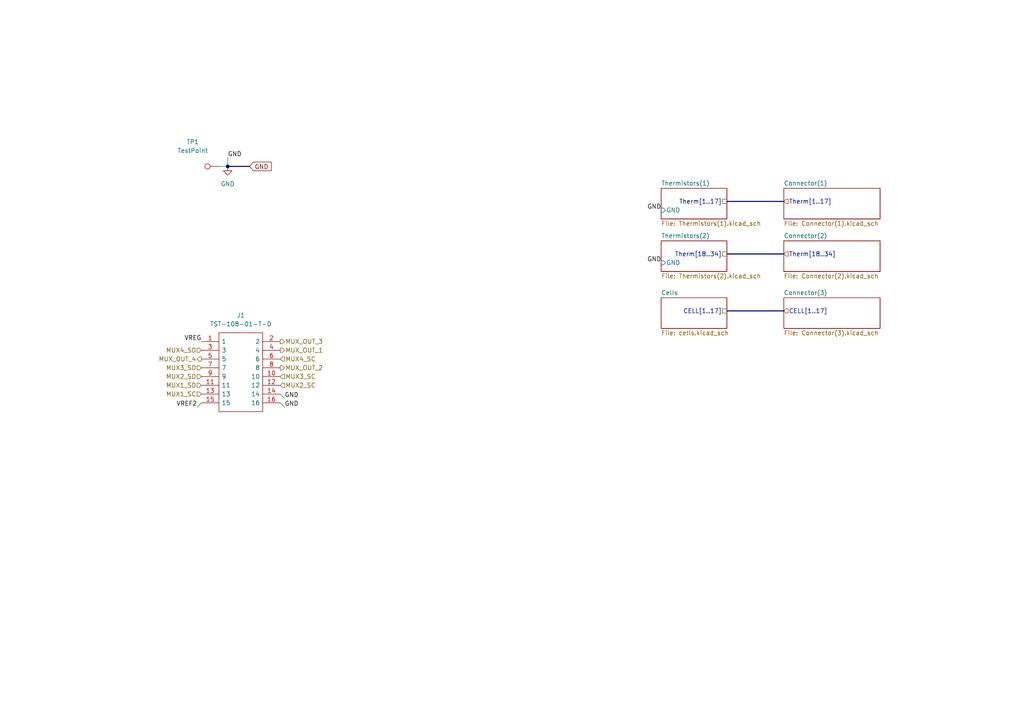
<source format=kicad_sch>
(kicad_sch (version 20231120) (generator "eeschema") (generator_version "8.0")
  (paper "A4")
  (lib_symbols
    (symbol "Connector:TestPoint" (pin_numbers hide) (pin_names (offset 0.762) hide)
      (property "Reference" "TP" (at 0 6.858 0))
      (property "Value" "TestPoint" (at 0 5.08 0))
      (symbol "TestPoint_0_1"
        (circle (center 0 3.302) (radius 0.762))
      )
      (symbol "TestPoint_1_1"
        (pin passive line (at 0 0 90) (length 2.54) (name "1") (number "1"))
      )
    )
    (symbol "OEM:TST-108-01-T-D" (pin_names (offset 0.762))
      (property "Reference" "J" (at 7.62 16.51 0))
      (property "Value" "TST-108-01-T-D" (at 7.62 13.97 0))
      (symbol "TST-108-01-T-D_0_0"
        (pin passive line (at -11.43 8.89 0) (length 5.08) (name "1") (number "1"))
        (pin passive line (at 11.43 -1.27 180) (length 5.08) (name "10") (number "10"))
        (pin passive line (at -11.43 -3.81 0) (length 5.08) (name "11") (number "11"))
        (pin passive line (at 11.43 -3.81 180) (length 5.08) (name "12") (number "12"))
        (pin passive line (at -11.43 -6.35 0) (length 5.08) (name "13") (number "13"))
        (pin passive line (at 11.43 -6.35 180) (length 5.08) (name "14") (number "14"))
        (pin passive line (at -11.43 -8.89 0) (length 5.08) (name "15") (number "15"))
        (pin passive line (at 11.43 -8.89 180) (length 5.08) (name "16") (number "16"))
        (pin passive line (at 11.43 8.89 180) (length 5.08) (name "2") (number "2"))
        (pin passive line (at -11.43 6.35 0) (length 5.08) (name "3") (number "3"))
        (pin passive line (at 11.43 6.35 180) (length 5.08) (name "4") (number "4"))
        (pin passive line (at -11.43 3.81 0) (length 5.08) (name "5") (number "5"))
        (pin passive line (at 11.43 3.81 180) (length 5.08) (name "6") (number "6"))
        (pin passive line (at -11.43 1.27 0) (length 5.08) (name "7") (number "7"))
        (pin passive line (at 11.43 1.27 180) (length 5.08) (name "8") (number "8"))
        (pin passive line (at -11.43 -1.27 0) (length 5.08) (name "9") (number "9"))
      )
      (symbol "TST-108-01-T-D_0_1"
        (polyline (pts (xy -6.35 11.43) (xy 6.35 11.43) (xy 6.35 -11.43) (xy -6.35 -11.43) (xy -6.35 11.43)) (stroke (width 0.1524)))
      )
    )
    (symbol "power:GND" (power) (pin_numbers hide) (pin_names (offset 0) hide)
      (property "Value" "GND" (at 0 -3.81 0))
      (symbol "GND_0_1"
        (polyline (pts (xy 0 0) (xy 0 -1.27) (xy 1.27 -1.27) (xy 0 -2.54) (xy -1.27 -1.27) (xy 0 -1.27)))
      )
      (symbol "GND_1_1"
        (pin power_in line (at 0 0 270) (length 0) (name "~") (number "1"))
      )
    )
  )
  (junction (at 66.04 48.26))
  (wire (pts (xy 57.15 118.11) (xy 58.42 116.84)))
  (wire (pts (xy 66.04 45.72) (xy 66.04 48.26)))
  (bus (pts (xy 210.82 90.17) (xy 227.33 90.17)))
  (bus (pts (xy 210.82 73.66) (xy 227.33 73.66)))
  (bus (pts (xy 210.82 58.42) (xy 227.33 58.42)))
  (wire (pts (xy 82.55 118.11) (xy 81.28 116.84)))
  (wire (pts (xy 63.5 48.26) (xy 66.04 48.26)))
  (wire (pts (xy 82.55 115.57) (xy 81.28 114.3)))
  (bus (pts (xy 66.04 48.26) (xy 72.39 48.26)))
  (label "VREF2" (at 57.15 118.11 180))
  (label "GND" (at 191.77 60.96 180))
  (label "GND" (at 66.04 45.72 0))
  (label "GND" (at 82.55 118.11 0))
  (label "GND" (at 191.77 76.2 180))
  (label "GND" (at 82.55 115.57 0))
  (label "VREG" (at 58.42 99.06 180))
  (global_label "GND" (shape input) (at 72.39 48.26 0) (property "Intersheetrefs" "${INTERSHEET_REFS}" (effects (hide yes))))
  (hierarchical_label "MUX2_SC" (shape input) (at 81.28 111.76 0))
  (hierarchical_label "MUX3_SD" (shape input) (at 58.42 106.68 180))
  (hierarchical_label "MUX3_SC" (shape input) (at 81.28 109.22 0))
  (hierarchical_label "MUX1_SD" (shape input) (at 58.42 111.76 180))
  (hierarchical_label "Therm[1..17]" (shape passive) (at 210.82 58.42 180))
  (hierarchical_label "MUX2_SD" (shape input) (at 58.42 109.22 180))
  (hierarchical_label "CELL[1..17]" (shape input) (at 227.33 90.17 0))
  (hierarchical_label "Therm[1..17]" (shape input) (at 227.33 58.42 0))
  (hierarchical_label "CELL[1..17]" (shape passive) (at 210.82 90.17 180))
  (hierarchical_label "Therm[18..34]" (shape input) (at 227.33 73.66 0))
  (hierarchical_label "MUX_OUT_3" (shape output) (at 81.28 99.06 0))
  (hierarchical_label "MUX_OUT_4" (shape output) (at 58.42 104.14 180))
  (hierarchical_label "MUX4_SD" (shape input) (at 58.42 101.6 180))
  (hierarchical_label "MUX_OUT_2" (shape output) (at 81.28 106.68 0))
  (hierarchical_label "MUX4_SC" (shape input) (at 81.28 104.14 0))
  (hierarchical_label "MUX_OUT_1" (shape output) (at 81.28 101.6 0))
  (hierarchical_label "MUX1_SC" (shape input) (at 58.42 114.3 180))
  (hierarchical_label "Therm[18..34]" (shape passive) (at 210.82 73.66 180))
  (symbol (lib_id "power:GND") (at 66.04 48.26 0) (unit 1)
    (property "Reference" "#PWR?" (effects (hide yes)))
    (property "Value" "GND" (at 66.04 53.34 0))
    (property "Description" "Power symbol creates a global label with name \"GND\" , ground" (effects (hide yes)))
  )
  (symbol (lib_id "OEM:TST-108-01-T-D") (at 69.85 107.95 0) (unit 1)
    (property "Reference" "J1" (at 69.85 91.44 0))
    (property "Value" "TST-108-01-T-D" (at 69.85 93.98 0))
    (property "Footprint" "oem:TST-108-XX-T-D" (effects (hide yes)))
    (property "Datasheet" "http://suddendocs.samtec.com/prints/tst-1xx-xx-x-x-xx-xx-mkt.pdf" (effects (hide yes)))
    (property "MPN" "TST-108-01-T-D" (effects (hide yes)))
    (property "MFN" "Samtec" (effects (hide yes)))
    (property "DKPN" "SAM13026-ND" (effects (hide yes)))
    (property "NewDesigns" "YES" (effects (hide yes)))
    (property "Stocked" "Bulk" (effects (hide yes)))
    (property "Package" "Custom" (effects (hide yes)))
    (property "Style" "THT" (effects (hide yes)))
    (property "MatesWith" "IDSD-08-D-04.00-T-G-ND" (effects (hide yes)))
  )
  (symbol (lib_id "Connector:TestPoint") (at 63.5 48.26 90) (unit 1)
    (property "Reference" "TP1" (at 55.88 41.148 90))
    (property "Value" "TestPoint" (at 55.88 43.688 90))
    (property "Footprint" "oem:Bond Pad" (effects (hide yes)))
    (property "Description" "test point" (effects (hide yes)))
  )
  (sheet (at 227.33 54.61) (size 27.94 8.89) (stroke (width 0.1524))
    (property "Sheetname" "Connector(1)" (at 227.33 53.8984 0) (effects (justify left bottom)))
    (property "Sheetfile" "Connector(1).kicad_sch" (at 227.33 64.0846 0) (effects (justify left top)))
  )
  (sheet (at 227.33 86.36) (size 27.94 8.89) (stroke (width 0.1524))
    (property "Sheetname" "Connector(3)" (at 227.33 85.6484 0) (effects (justify left bottom)))
    (property "Sheetfile" "Connector(3).kicad_sch" (at 227.33 95.8346 0) (effects (justify left top)))
  )
  (sheet (at 191.77 54.61) (size 19.05 8.89) (stroke (width 0.1524))
    (property "Sheetname" "Thermistors(1)" (at 191.77 53.8984 0) (effects (justify left bottom)))
    (property "Sheetfile" "Thermistors(1).kicad_sch" (at 191.77 64.0846 0) (effects (justify left top)))
    (pin "GND" input (at 191.77 60.96 180))
  )
  (sheet (at 191.77 69.85) (size 19.05 8.89) (stroke (width 0.1524))
    (property "Sheetname" "Thermistors(2)" (at 191.77 69.1384 0) (effects (justify left bottom)))
    (property "Sheetfile" "Thermistors(2).kicad_sch" (at 191.77 79.3246 0) (effects (justify left top)))
    (pin "GND" input (at 191.77 76.2 180))
  )
  (sheet (at 227.33 69.85) (size 27.94 8.89) (stroke (width 0.1524))
    (property "Sheetname" "Connector(2)" (at 227.33 69.1384 0) (effects (justify left bottom)))
    (property "Sheetfile" "Connector(2).kicad_sch" (at 227.33 79.3246 0) (effects (justify left top)))
  )
  (sheet (at 191.77 86.36) (size 19.05 8.89) (stroke (width 0.1524))
    (property "Sheetname" "Cells" (at 191.77 85.6484 0) (effects (justify left bottom)))
    (property "Sheetfile" "cells.kicad_sch" (at 191.77 95.8346 0) (effects (justify left top)))
  )
)
</source>
